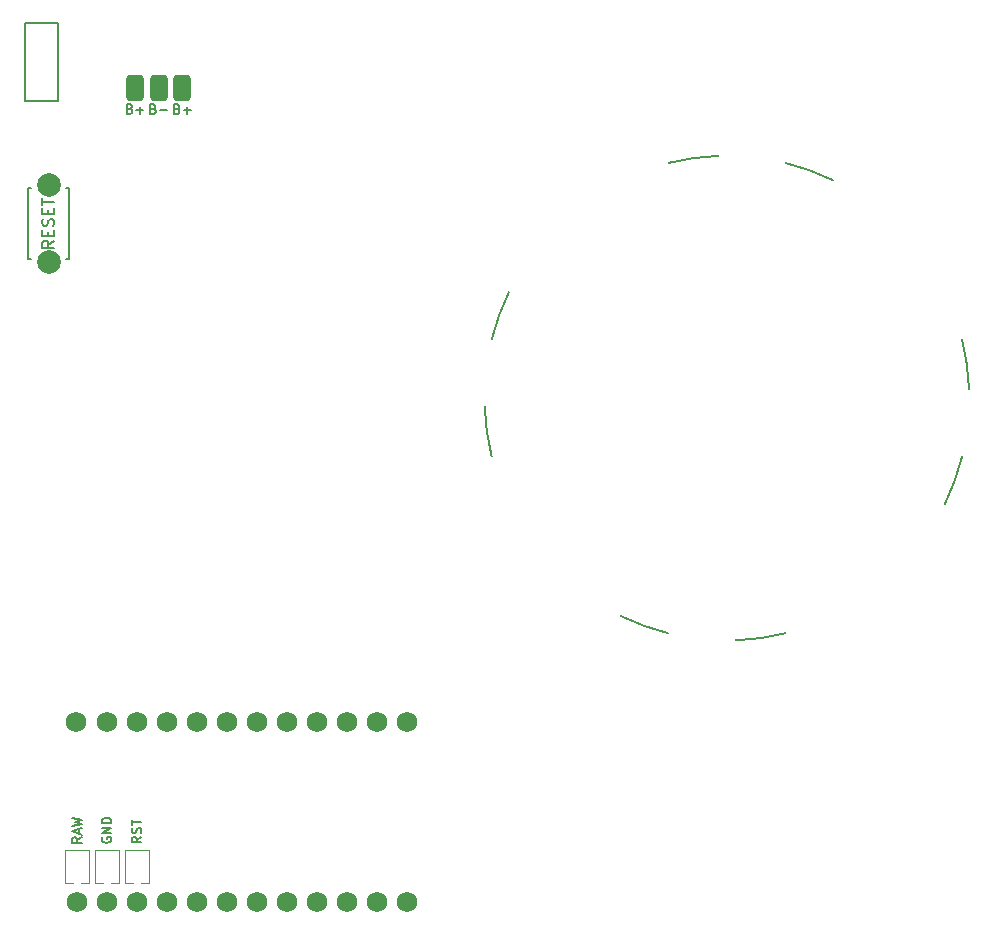
<source format=gbr>
%TF.GenerationSoftware,KiCad,Pcbnew,(6.0.4-0)*%
%TF.CreationDate,2022-07-05T10:49:51+02:00*%
%TF.ProjectId,battoota_min,62617474-6f6f-4746-915f-6d696e2e6b69,v1.0.0*%
%TF.SameCoordinates,Original*%
%TF.FileFunction,Legend,Top*%
%TF.FilePolarity,Positive*%
%FSLAX46Y46*%
G04 Gerber Fmt 4.6, Leading zero omitted, Abs format (unit mm)*
G04 Created by KiCad (PCBNEW (6.0.4-0)) date 2022-07-05 10:49:51*
%MOMM*%
%LPD*%
G01*
G04 APERTURE LIST*
G04 Aperture macros list*
%AMRoundRect*
0 Rectangle with rounded corners*
0 $1 Rounding radius*
0 $2 $3 $4 $5 $6 $7 $8 $9 X,Y pos of 4 corners*
0 Add a 4 corners polygon primitive as box body*
4,1,4,$2,$3,$4,$5,$6,$7,$8,$9,$2,$3,0*
0 Add four circle primitives for the rounded corners*
1,1,$1+$1,$2,$3*
1,1,$1+$1,$4,$5*
1,1,$1+$1,$6,$7*
1,1,$1+$1,$8,$9*
0 Add four rect primitives between the rounded corners*
20,1,$1+$1,$2,$3,$4,$5,0*
20,1,$1+$1,$4,$5,$6,$7,0*
20,1,$1+$1,$6,$7,$8,$9,0*
20,1,$1+$1,$8,$9,$2,$3,0*%
G04 Aperture macros list end*
%ADD10C,0.150000*%
%ADD11C,0.200000*%
%ADD12C,0.120000*%
%ADD13RoundRect,0.375000X-0.375000X-0.750000X0.375000X-0.750000X0.375000X0.750000X-0.375000X0.750000X0*%
%ADD14C,2.000000*%
%ADD15C,1.752600*%
G04 APERTURE END LIST*
D10*
%TO.C,PAD1*%
X204597250Y-68066973D02*
X204711536Y-68105068D01*
X204749631Y-68143163D01*
X204787726Y-68219354D01*
X204787726Y-68333639D01*
X204749631Y-68409830D01*
X204711536Y-68447925D01*
X204635346Y-68486020D01*
X204330584Y-68486020D01*
X204330584Y-67686020D01*
X204597250Y-67686020D01*
X204673441Y-67724116D01*
X204711536Y-67762211D01*
X204749631Y-67838401D01*
X204749631Y-67914592D01*
X204711536Y-67990782D01*
X204673441Y-68028877D01*
X204597250Y-68066973D01*
X204330584Y-68066973D01*
X205130584Y-68181258D02*
X205740107Y-68181258D01*
X202597250Y-68066973D02*
X202711536Y-68105068D01*
X202749631Y-68143163D01*
X202787726Y-68219354D01*
X202787726Y-68333639D01*
X202749631Y-68409830D01*
X202711536Y-68447925D01*
X202635346Y-68486020D01*
X202330584Y-68486020D01*
X202330584Y-67686020D01*
X202597250Y-67686020D01*
X202673441Y-67724116D01*
X202711536Y-67762211D01*
X202749631Y-67838401D01*
X202749631Y-67914592D01*
X202711536Y-67990782D01*
X202673441Y-68028877D01*
X202597250Y-68066973D01*
X202330584Y-68066973D01*
X203130584Y-68181258D02*
X203740107Y-68181258D01*
X203435346Y-68486020D02*
X203435346Y-67876496D01*
X206597250Y-68066973D02*
X206711536Y-68105068D01*
X206749631Y-68143163D01*
X206787726Y-68219354D01*
X206787726Y-68333639D01*
X206749631Y-68409830D01*
X206711536Y-68447925D01*
X206635346Y-68486020D01*
X206330584Y-68486020D01*
X206330584Y-67686020D01*
X206597250Y-67686020D01*
X206673441Y-67724116D01*
X206711536Y-67762211D01*
X206749631Y-67838401D01*
X206749631Y-67914592D01*
X206711536Y-67990782D01*
X206673441Y-68028877D01*
X206597250Y-68066973D01*
X206330584Y-68066973D01*
X207130584Y-68181258D02*
X207740107Y-68181258D01*
X207435346Y-68486020D02*
X207435346Y-67876496D01*
%TO.C,B1*%
X196159380Y-79251380D02*
X195683190Y-79584714D01*
X196159380Y-79822809D02*
X195159380Y-79822809D01*
X195159380Y-79441857D01*
X195207000Y-79346619D01*
X195254619Y-79299000D01*
X195349857Y-79251380D01*
X195492714Y-79251380D01*
X195587952Y-79299000D01*
X195635571Y-79346619D01*
X195683190Y-79441857D01*
X195683190Y-79822809D01*
X195635571Y-78822809D02*
X195635571Y-78489476D01*
X196159380Y-78346619D02*
X196159380Y-78822809D01*
X195159380Y-78822809D01*
X195159380Y-78346619D01*
X196111761Y-77965666D02*
X196159380Y-77822809D01*
X196159380Y-77584714D01*
X196111761Y-77489476D01*
X196064142Y-77441857D01*
X195968904Y-77394238D01*
X195873666Y-77394238D01*
X195778428Y-77441857D01*
X195730809Y-77489476D01*
X195683190Y-77584714D01*
X195635571Y-77775190D01*
X195587952Y-77870428D01*
X195540333Y-77918047D01*
X195445095Y-77965666D01*
X195349857Y-77965666D01*
X195254619Y-77918047D01*
X195207000Y-77870428D01*
X195159380Y-77775190D01*
X195159380Y-77537095D01*
X195207000Y-77394238D01*
X195635571Y-76965666D02*
X195635571Y-76632333D01*
X196159380Y-76489476D02*
X196159380Y-76965666D01*
X195159380Y-76965666D01*
X195159380Y-76489476D01*
X195159380Y-76203761D02*
X195159380Y-75632333D01*
X196159380Y-75918047D02*
X195159380Y-75918047D01*
%TO.C,MCU1*%
X203553845Y-129702321D02*
X203172893Y-129968987D01*
X203553845Y-130159464D02*
X202753845Y-130159464D01*
X202753845Y-129854702D01*
X202791941Y-129778511D01*
X202830036Y-129740416D01*
X202906226Y-129702321D01*
X203020512Y-129702321D01*
X203096702Y-129740416D01*
X203134798Y-129778511D01*
X203172893Y-129854702D01*
X203172893Y-130159464D01*
X203515750Y-129397559D02*
X203553845Y-129283273D01*
X203553845Y-129092797D01*
X203515750Y-129016606D01*
X203477655Y-128978511D01*
X203401464Y-128940416D01*
X203325274Y-128940416D01*
X203249083Y-128978511D01*
X203210988Y-129016606D01*
X203172893Y-129092797D01*
X203134798Y-129245178D01*
X203096702Y-129321368D01*
X203058607Y-129359464D01*
X202982417Y-129397559D01*
X202906226Y-129397559D01*
X202830036Y-129359464D01*
X202791941Y-129321368D01*
X202753845Y-129245178D01*
X202753845Y-129054702D01*
X202791941Y-128940416D01*
X202753845Y-128711845D02*
X202753845Y-128254702D01*
X203553845Y-128483273D02*
X202753845Y-128483273D01*
X198516277Y-129739584D02*
X198135325Y-130006251D01*
X198516277Y-130196727D02*
X197716277Y-130196727D01*
X197716277Y-129891965D01*
X197754373Y-129815775D01*
X197792468Y-129777680D01*
X197868658Y-129739584D01*
X197982944Y-129739584D01*
X198059134Y-129777680D01*
X198097230Y-129815775D01*
X198135325Y-129891965D01*
X198135325Y-130196727D01*
X198287706Y-129434823D02*
X198287706Y-129053870D01*
X198516277Y-129511013D02*
X197716277Y-129244346D01*
X198516277Y-128977680D01*
X197716277Y-128787204D02*
X198516277Y-128596727D01*
X197944849Y-128444346D01*
X198516277Y-128291965D01*
X197716277Y-128101489D01*
X200251941Y-129759464D02*
X200213845Y-129835655D01*
X200213845Y-129949941D01*
X200251941Y-130064226D01*
X200328131Y-130140417D01*
X200404321Y-130178512D01*
X200556702Y-130216607D01*
X200670988Y-130216607D01*
X200823369Y-130178512D01*
X200899560Y-130140417D01*
X200975750Y-130064226D01*
X201013845Y-129949941D01*
X201013845Y-129873750D01*
X200975750Y-129759464D01*
X200937655Y-129721369D01*
X200670988Y-129721369D01*
X200670988Y-129873750D01*
X201013845Y-129378512D02*
X200213845Y-129378512D01*
X201013845Y-128921369D01*
X200213845Y-128921369D01*
X201013845Y-128540417D02*
X200213845Y-128540417D01*
X200213845Y-128349941D01*
X200251941Y-128235655D01*
X200328131Y-128159464D01*
X200404321Y-128121369D01*
X200556702Y-128083274D01*
X200670988Y-128083274D01*
X200823369Y-128121369D01*
X200899560Y-128159464D01*
X200975750Y-128235655D01*
X201013845Y-128349941D01*
X201013845Y-128540417D01*
D11*
%TO.C,REF\u002A\u002A*%
X234685699Y-83574751D02*
G75*
G03*
X233223647Y-87594493I18447927J-8985601D01*
G01*
X252415814Y-72052983D02*
G75*
G03*
X248179935Y-72647335I717826J-20507358D01*
G01*
X271581585Y-101545963D02*
G75*
G03*
X273043637Y-97526223I-18447991J8985622D01*
G01*
X262119249Y-74112415D02*
G75*
G03*
X258099507Y-72650363I-8985607J-18447943D01*
G01*
X232626267Y-93278186D02*
G75*
G03*
X233220619Y-97514064I20507327J717823D01*
G01*
X244148037Y-111008302D02*
G75*
G03*
X248167777Y-112470353I8985605J18447944D01*
G01*
X273641018Y-91842530D02*
G75*
G03*
X273046666Y-87606654I-20507396J-717832D01*
G01*
X253851470Y-113067733D02*
G75*
G03*
X258087348Y-112473381I-717828J20507375D01*
G01*
D10*
%TO.C,B1*%
X193957000Y-80799000D02*
X193957000Y-74799000D01*
X197457000Y-80799000D02*
X197457000Y-74799000D01*
X193957000Y-74799000D02*
X194207000Y-74799000D01*
X197457000Y-80799000D02*
X197207000Y-80799000D01*
X197457000Y-74799000D02*
X197207000Y-74799000D01*
X193957000Y-80799000D02*
X194207000Y-80799000D01*
%TO.C,T1*%
X193671762Y-67365501D02*
X196521762Y-67365501D01*
X193671762Y-62115501D02*
X193671762Y-66015501D01*
X196521762Y-67365501D02*
X196521762Y-60765501D01*
X193671762Y-64065501D02*
X193671762Y-60765501D01*
X196521762Y-60765501D02*
X193671762Y-60765501D01*
X193671762Y-64065501D02*
X193671762Y-67365501D01*
D12*
%TO.C,MCU1*%
X199120000Y-133596477D02*
X198440000Y-133596477D01*
X204200000Y-133596477D02*
X203540000Y-133596477D01*
X201660000Y-130796477D02*
X201660000Y-133596477D01*
X202865000Y-133596477D02*
X202200000Y-133596477D01*
X199120000Y-130796477D02*
X199120000Y-133596477D01*
X204200000Y-130796477D02*
X204200000Y-133596477D01*
X201660000Y-133596477D02*
X200990000Y-133596477D01*
X202200000Y-130796477D02*
X204200000Y-130796477D01*
X202200000Y-133596477D02*
X202200000Y-130796477D01*
X197120000Y-133596477D02*
X197120000Y-130796477D01*
X197790000Y-133596477D02*
X197120000Y-133596477D01*
X199660000Y-133596477D02*
X199660000Y-130796477D01*
X200340000Y-133596477D02*
X199660000Y-133596477D01*
X197120000Y-130796477D02*
X199120000Y-130796477D01*
X199660000Y-130796477D02*
X201660000Y-130796477D01*
%TD*%
D13*
%TO.C,PAD1*%
X207035346Y-66324116D03*
X205035346Y-66324116D03*
X203035346Y-66324116D03*
%TD*%
D14*
%TO.C,B1*%
X195707000Y-74549000D03*
X195707000Y-81049000D03*
%TD*%
D15*
%TO.C,MCU1*%
X203200000Y-120015000D03*
X198036254Y-120015000D03*
X200660000Y-120015000D03*
X203200000Y-135255000D03*
X200660000Y-135255000D03*
X198120000Y-135255000D03*
X205740000Y-120015000D03*
X208280000Y-120015000D03*
X210820000Y-120015000D03*
X213360000Y-120015000D03*
X215900000Y-120015000D03*
X218440000Y-120015000D03*
X220980000Y-120015000D03*
X223520000Y-120015000D03*
X226060000Y-120015000D03*
X205740000Y-135255000D03*
X208280000Y-135255000D03*
X210820000Y-135255000D03*
X213360000Y-135255000D03*
X215900000Y-135255000D03*
X218440000Y-135255000D03*
X220980000Y-135255000D03*
X223520000Y-135255000D03*
X226060000Y-135255000D03*
%TD*%
M02*

</source>
